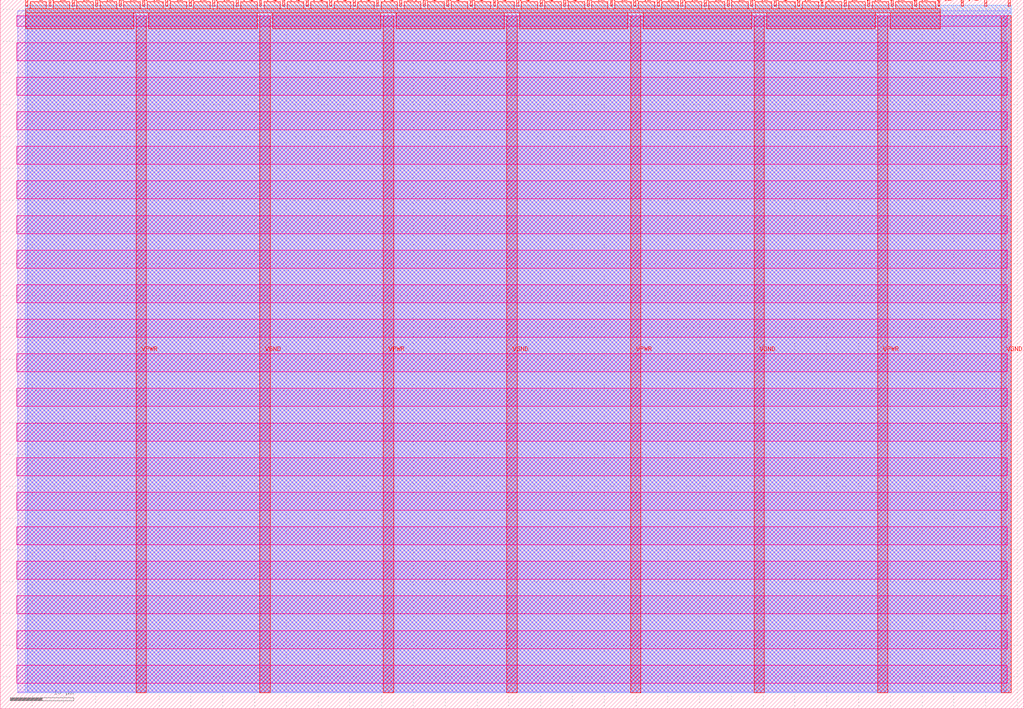
<source format=lef>
VERSION 5.7 ;
  NOWIREEXTENSIONATPIN ON ;
  DIVIDERCHAR "/" ;
  BUSBITCHARS "[]" ;
MACRO tt_um_wokwi_395055341723330561
  CLASS BLOCK ;
  FOREIGN tt_um_wokwi_395055341723330561 ;
  ORIGIN 0.000 0.000 ;
  SIZE 161.000 BY 111.520 ;
  PIN VGND
    DIRECTION INOUT ;
    USE GROUND ;
    PORT
      LAYER met4 ;
        RECT 40.830 2.480 42.430 109.040 ;
    END
    PORT
      LAYER met4 ;
        RECT 79.700 2.480 81.300 109.040 ;
    END
    PORT
      LAYER met4 ;
        RECT 118.570 2.480 120.170 109.040 ;
    END
    PORT
      LAYER met4 ;
        RECT 157.440 2.480 159.040 109.040 ;
    END
  END VGND
  PIN VPWR
    DIRECTION INOUT ;
    USE POWER ;
    PORT
      LAYER met4 ;
        RECT 21.395 2.480 22.995 109.040 ;
    END
    PORT
      LAYER met4 ;
        RECT 60.265 2.480 61.865 109.040 ;
    END
    PORT
      LAYER met4 ;
        RECT 99.135 2.480 100.735 109.040 ;
    END
    PORT
      LAYER met4 ;
        RECT 138.005 2.480 139.605 109.040 ;
    END
  END VPWR
  PIN clk
    DIRECTION INPUT ;
    USE SIGNAL ;
    PORT
      LAYER met4 ;
        RECT 154.870 110.520 155.170 111.520 ;
    END
  END clk
  PIN ena
    DIRECTION INPUT ;
    USE SIGNAL ;
    PORT
      LAYER met4 ;
        RECT 158.550 110.520 158.850 111.520 ;
    END
  END ena
  PIN rst_n
    DIRECTION INPUT ;
    USE SIGNAL ;
    PORT
      LAYER met4 ;
        RECT 151.190 110.520 151.490 111.520 ;
    END
  END rst_n
  PIN ui_in[0]
    DIRECTION INPUT ;
    USE SIGNAL ;
    ANTENNAGATEAREA 0.196500 ;
    PORT
      LAYER met4 ;
        RECT 147.510 110.520 147.810 111.520 ;
    END
  END ui_in[0]
  PIN ui_in[1]
    DIRECTION INPUT ;
    USE SIGNAL ;
    ANTENNAGATEAREA 0.196500 ;
    PORT
      LAYER met4 ;
        RECT 143.830 110.520 144.130 111.520 ;
    END
  END ui_in[1]
  PIN ui_in[2]
    DIRECTION INPUT ;
    USE SIGNAL ;
    ANTENNAGATEAREA 0.196500 ;
    PORT
      LAYER met4 ;
        RECT 140.150 110.520 140.450 111.520 ;
    END
  END ui_in[2]
  PIN ui_in[3]
    DIRECTION INPUT ;
    USE SIGNAL ;
    ANTENNAGATEAREA 0.196500 ;
    PORT
      LAYER met4 ;
        RECT 136.470 110.520 136.770 111.520 ;
    END
  END ui_in[3]
  PIN ui_in[4]
    DIRECTION INPUT ;
    USE SIGNAL ;
    ANTENNAGATEAREA 0.213000 ;
    PORT
      LAYER met4 ;
        RECT 132.790 110.520 133.090 111.520 ;
    END
  END ui_in[4]
  PIN ui_in[5]
    DIRECTION INPUT ;
    USE SIGNAL ;
    ANTENNAGATEAREA 0.213000 ;
    PORT
      LAYER met4 ;
        RECT 129.110 110.520 129.410 111.520 ;
    END
  END ui_in[5]
  PIN ui_in[6]
    DIRECTION INPUT ;
    USE SIGNAL ;
    ANTENNAGATEAREA 0.213000 ;
    PORT
      LAYER met4 ;
        RECT 125.430 110.520 125.730 111.520 ;
    END
  END ui_in[6]
  PIN ui_in[7]
    DIRECTION INPUT ;
    USE SIGNAL ;
    ANTENNAGATEAREA 0.213000 ;
    PORT
      LAYER met4 ;
        RECT 121.750 110.520 122.050 111.520 ;
    END
  END ui_in[7]
  PIN uio_in[0]
    DIRECTION INPUT ;
    USE SIGNAL ;
    PORT
      LAYER met4 ;
        RECT 118.070 110.520 118.370 111.520 ;
    END
  END uio_in[0]
  PIN uio_in[1]
    DIRECTION INPUT ;
    USE SIGNAL ;
    PORT
      LAYER met4 ;
        RECT 114.390 110.520 114.690 111.520 ;
    END
  END uio_in[1]
  PIN uio_in[2]
    DIRECTION INPUT ;
    USE SIGNAL ;
    PORT
      LAYER met4 ;
        RECT 110.710 110.520 111.010 111.520 ;
    END
  END uio_in[2]
  PIN uio_in[3]
    DIRECTION INPUT ;
    USE SIGNAL ;
    PORT
      LAYER met4 ;
        RECT 107.030 110.520 107.330 111.520 ;
    END
  END uio_in[3]
  PIN uio_in[4]
    DIRECTION INPUT ;
    USE SIGNAL ;
    PORT
      LAYER met4 ;
        RECT 103.350 110.520 103.650 111.520 ;
    END
  END uio_in[4]
  PIN uio_in[5]
    DIRECTION INPUT ;
    USE SIGNAL ;
    PORT
      LAYER met4 ;
        RECT 99.670 110.520 99.970 111.520 ;
    END
  END uio_in[5]
  PIN uio_in[6]
    DIRECTION INPUT ;
    USE SIGNAL ;
    PORT
      LAYER met4 ;
        RECT 95.990 110.520 96.290 111.520 ;
    END
  END uio_in[6]
  PIN uio_in[7]
    DIRECTION INPUT ;
    USE SIGNAL ;
    PORT
      LAYER met4 ;
        RECT 92.310 110.520 92.610 111.520 ;
    END
  END uio_in[7]
  PIN uio_oe[0]
    DIRECTION OUTPUT TRISTATE ;
    USE SIGNAL ;
    PORT
      LAYER met4 ;
        RECT 29.750 110.520 30.050 111.520 ;
    END
  END uio_oe[0]
  PIN uio_oe[1]
    DIRECTION OUTPUT TRISTATE ;
    USE SIGNAL ;
    PORT
      LAYER met4 ;
        RECT 26.070 110.520 26.370 111.520 ;
    END
  END uio_oe[1]
  PIN uio_oe[2]
    DIRECTION OUTPUT TRISTATE ;
    USE SIGNAL ;
    PORT
      LAYER met4 ;
        RECT 22.390 110.520 22.690 111.520 ;
    END
  END uio_oe[2]
  PIN uio_oe[3]
    DIRECTION OUTPUT TRISTATE ;
    USE SIGNAL ;
    PORT
      LAYER met4 ;
        RECT 18.710 110.520 19.010 111.520 ;
    END
  END uio_oe[3]
  PIN uio_oe[4]
    DIRECTION OUTPUT TRISTATE ;
    USE SIGNAL ;
    PORT
      LAYER met4 ;
        RECT 15.030 110.520 15.330 111.520 ;
    END
  END uio_oe[4]
  PIN uio_oe[5]
    DIRECTION OUTPUT TRISTATE ;
    USE SIGNAL ;
    PORT
      LAYER met4 ;
        RECT 11.350 110.520 11.650 111.520 ;
    END
  END uio_oe[5]
  PIN uio_oe[6]
    DIRECTION OUTPUT TRISTATE ;
    USE SIGNAL ;
    PORT
      LAYER met4 ;
        RECT 7.670 110.520 7.970 111.520 ;
    END
  END uio_oe[6]
  PIN uio_oe[7]
    DIRECTION OUTPUT TRISTATE ;
    USE SIGNAL ;
    PORT
      LAYER met4 ;
        RECT 3.990 110.520 4.290 111.520 ;
    END
  END uio_oe[7]
  PIN uio_out[0]
    DIRECTION OUTPUT TRISTATE ;
    USE SIGNAL ;
    PORT
      LAYER met4 ;
        RECT 59.190 110.520 59.490 111.520 ;
    END
  END uio_out[0]
  PIN uio_out[1]
    DIRECTION OUTPUT TRISTATE ;
    USE SIGNAL ;
    PORT
      LAYER met4 ;
        RECT 55.510 110.520 55.810 111.520 ;
    END
  END uio_out[1]
  PIN uio_out[2]
    DIRECTION OUTPUT TRISTATE ;
    USE SIGNAL ;
    PORT
      LAYER met4 ;
        RECT 51.830 110.520 52.130 111.520 ;
    END
  END uio_out[2]
  PIN uio_out[3]
    DIRECTION OUTPUT TRISTATE ;
    USE SIGNAL ;
    PORT
      LAYER met4 ;
        RECT 48.150 110.520 48.450 111.520 ;
    END
  END uio_out[3]
  PIN uio_out[4]
    DIRECTION OUTPUT TRISTATE ;
    USE SIGNAL ;
    PORT
      LAYER met4 ;
        RECT 44.470 110.520 44.770 111.520 ;
    END
  END uio_out[4]
  PIN uio_out[5]
    DIRECTION OUTPUT TRISTATE ;
    USE SIGNAL ;
    PORT
      LAYER met4 ;
        RECT 40.790 110.520 41.090 111.520 ;
    END
  END uio_out[5]
  PIN uio_out[6]
    DIRECTION OUTPUT TRISTATE ;
    USE SIGNAL ;
    PORT
      LAYER met4 ;
        RECT 37.110 110.520 37.410 111.520 ;
    END
  END uio_out[6]
  PIN uio_out[7]
    DIRECTION OUTPUT TRISTATE ;
    USE SIGNAL ;
    PORT
      LAYER met4 ;
        RECT 33.430 110.520 33.730 111.520 ;
    END
  END uio_out[7]
  PIN uo_out[0]
    DIRECTION OUTPUT TRISTATE ;
    USE SIGNAL ;
    ANTENNADIFFAREA 0.795200 ;
    PORT
      LAYER met4 ;
        RECT 88.630 110.520 88.930 111.520 ;
    END
  END uo_out[0]
  PIN uo_out[1]
    DIRECTION OUTPUT TRISTATE ;
    USE SIGNAL ;
    ANTENNADIFFAREA 0.445500 ;
    PORT
      LAYER met4 ;
        RECT 84.950 110.520 85.250 111.520 ;
    END
  END uo_out[1]
  PIN uo_out[2]
    DIRECTION OUTPUT TRISTATE ;
    USE SIGNAL ;
    ANTENNADIFFAREA 0.795200 ;
    PORT
      LAYER met4 ;
        RECT 81.270 110.520 81.570 111.520 ;
    END
  END uo_out[2]
  PIN uo_out[3]
    DIRECTION OUTPUT TRISTATE ;
    USE SIGNAL ;
    ANTENNADIFFAREA 0.445500 ;
    PORT
      LAYER met4 ;
        RECT 77.590 110.520 77.890 111.520 ;
    END
  END uo_out[3]
  PIN uo_out[4]
    DIRECTION OUTPUT TRISTATE ;
    USE SIGNAL ;
    ANTENNADIFFAREA 0.795200 ;
    PORT
      LAYER met4 ;
        RECT 73.910 110.520 74.210 111.520 ;
    END
  END uo_out[4]
  PIN uo_out[5]
    DIRECTION OUTPUT TRISTATE ;
    USE SIGNAL ;
    ANTENNADIFFAREA 0.795200 ;
    PORT
      LAYER met4 ;
        RECT 70.230 110.520 70.530 111.520 ;
    END
  END uo_out[5]
  PIN uo_out[6]
    DIRECTION OUTPUT TRISTATE ;
    USE SIGNAL ;
    ANTENNADIFFAREA 0.795200 ;
    PORT
      LAYER met4 ;
        RECT 66.550 110.520 66.850 111.520 ;
    END
  END uo_out[6]
  PIN uo_out[7]
    DIRECTION OUTPUT TRISTATE ;
    USE SIGNAL ;
    ANTENNADIFFAREA 0.795200 ;
    PORT
      LAYER met4 ;
        RECT 62.870 110.520 63.170 111.520 ;
    END
  END uo_out[7]
  OBS
      LAYER nwell ;
        RECT 2.570 107.385 158.430 108.990 ;
        RECT 2.570 101.945 158.430 104.775 ;
        RECT 2.570 96.505 158.430 99.335 ;
        RECT 2.570 91.065 158.430 93.895 ;
        RECT 2.570 85.625 158.430 88.455 ;
        RECT 2.570 80.185 158.430 83.015 ;
        RECT 2.570 74.745 158.430 77.575 ;
        RECT 2.570 69.305 158.430 72.135 ;
        RECT 2.570 63.865 158.430 66.695 ;
        RECT 2.570 58.425 158.430 61.255 ;
        RECT 2.570 52.985 158.430 55.815 ;
        RECT 2.570 47.545 158.430 50.375 ;
        RECT 2.570 42.105 158.430 44.935 ;
        RECT 2.570 36.665 158.430 39.495 ;
        RECT 2.570 31.225 158.430 34.055 ;
        RECT 2.570 25.785 158.430 28.615 ;
        RECT 2.570 20.345 158.430 23.175 ;
        RECT 2.570 14.905 158.430 17.735 ;
        RECT 2.570 9.465 158.430 12.295 ;
        RECT 2.570 4.025 158.430 6.855 ;
      LAYER li1 ;
        RECT 2.760 2.635 158.240 108.885 ;
      LAYER met1 ;
        RECT 2.760 2.480 159.040 109.780 ;
      LAYER met2 ;
        RECT 4.230 2.535 159.010 110.685 ;
      LAYER met3 ;
        RECT 3.950 2.555 159.030 110.665 ;
      LAYER met4 ;
        RECT 4.690 110.120 7.270 111.170 ;
        RECT 8.370 110.120 10.950 111.170 ;
        RECT 12.050 110.120 14.630 111.170 ;
        RECT 15.730 110.120 18.310 111.170 ;
        RECT 19.410 110.120 21.990 111.170 ;
        RECT 23.090 110.120 25.670 111.170 ;
        RECT 26.770 110.120 29.350 111.170 ;
        RECT 30.450 110.120 33.030 111.170 ;
        RECT 34.130 110.120 36.710 111.170 ;
        RECT 37.810 110.120 40.390 111.170 ;
        RECT 41.490 110.120 44.070 111.170 ;
        RECT 45.170 110.120 47.750 111.170 ;
        RECT 48.850 110.120 51.430 111.170 ;
        RECT 52.530 110.120 55.110 111.170 ;
        RECT 56.210 110.120 58.790 111.170 ;
        RECT 59.890 110.120 62.470 111.170 ;
        RECT 63.570 110.120 66.150 111.170 ;
        RECT 67.250 110.120 69.830 111.170 ;
        RECT 70.930 110.120 73.510 111.170 ;
        RECT 74.610 110.120 77.190 111.170 ;
        RECT 78.290 110.120 80.870 111.170 ;
        RECT 81.970 110.120 84.550 111.170 ;
        RECT 85.650 110.120 88.230 111.170 ;
        RECT 89.330 110.120 91.910 111.170 ;
        RECT 93.010 110.120 95.590 111.170 ;
        RECT 96.690 110.120 99.270 111.170 ;
        RECT 100.370 110.120 102.950 111.170 ;
        RECT 104.050 110.120 106.630 111.170 ;
        RECT 107.730 110.120 110.310 111.170 ;
        RECT 111.410 110.120 113.990 111.170 ;
        RECT 115.090 110.120 117.670 111.170 ;
        RECT 118.770 110.120 121.350 111.170 ;
        RECT 122.450 110.120 125.030 111.170 ;
        RECT 126.130 110.120 128.710 111.170 ;
        RECT 129.810 110.120 132.390 111.170 ;
        RECT 133.490 110.120 136.070 111.170 ;
        RECT 137.170 110.120 139.750 111.170 ;
        RECT 140.850 110.120 143.430 111.170 ;
        RECT 144.530 110.120 147.110 111.170 ;
        RECT 3.975 109.440 147.825 110.120 ;
        RECT 3.975 106.935 20.995 109.440 ;
        RECT 23.395 106.935 40.430 109.440 ;
        RECT 42.830 106.935 59.865 109.440 ;
        RECT 62.265 106.935 79.300 109.440 ;
        RECT 81.700 106.935 98.735 109.440 ;
        RECT 101.135 106.935 118.170 109.440 ;
        RECT 120.570 106.935 137.605 109.440 ;
        RECT 140.005 106.935 147.825 109.440 ;
  END
END tt_um_wokwi_395055341723330561
END LIBRARY


</source>
